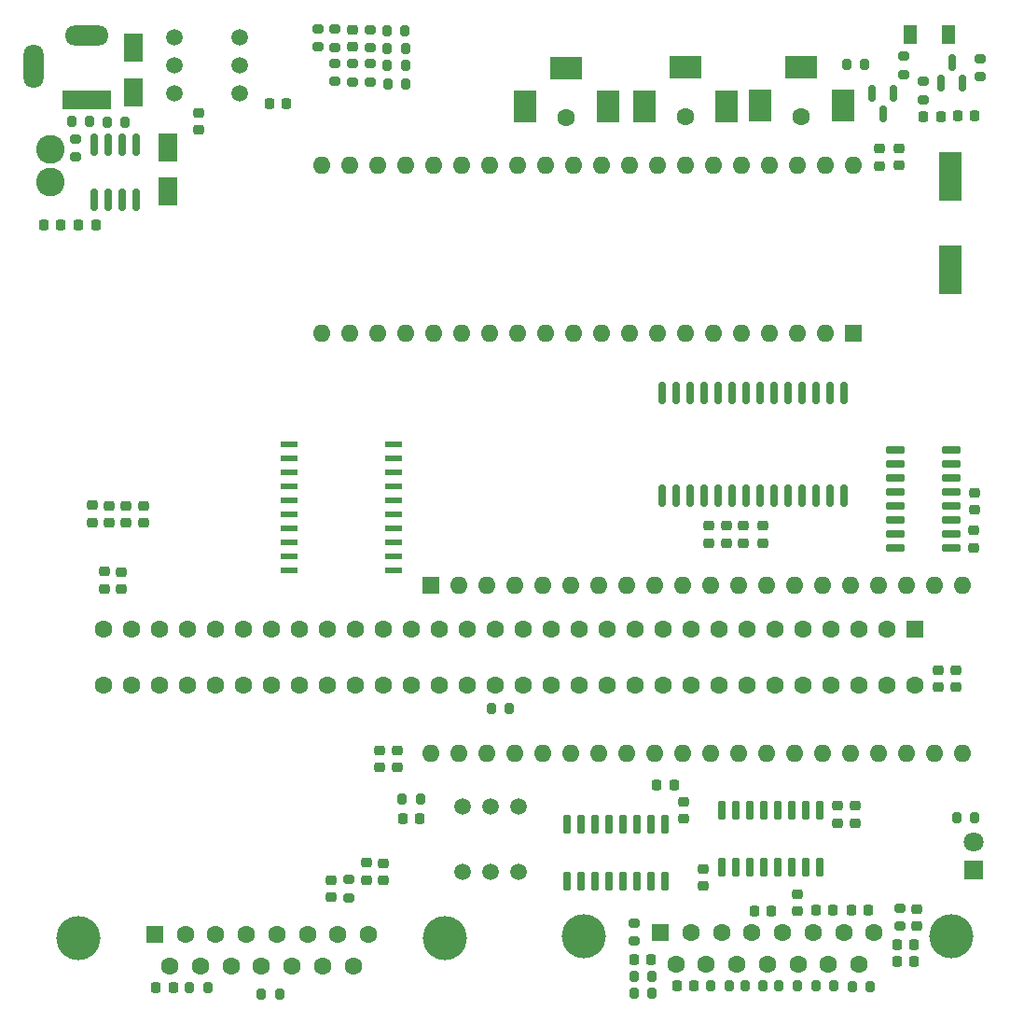
<source format=gbs>
%TF.GenerationSoftware,KiCad,Pcbnew,7.0.11-2.fc39*%
%TF.CreationDate,2024-06-25T10:32:53+03:00*%
%TF.ProjectId,rev.1,7265762e-312e-46b6-9963-61645f706362,rev?*%
%TF.SameCoordinates,Original*%
%TF.FileFunction,Soldermask,Bot*%
%TF.FilePolarity,Negative*%
%FSLAX46Y46*%
G04 Gerber Fmt 4.6, Leading zero omitted, Abs format (unit mm)*
G04 Created by KiCad (PCBNEW 7.0.11-2.fc39) date 2024-06-25 10:32:53*
%MOMM*%
%LPD*%
G01*
G04 APERTURE LIST*
G04 Aperture macros list*
%AMRoundRect*
0 Rectangle with rounded corners*
0 $1 Rounding radius*
0 $2 $3 $4 $5 $6 $7 $8 $9 X,Y pos of 4 corners*
0 Add a 4 corners polygon primitive as box body*
4,1,4,$2,$3,$4,$5,$6,$7,$8,$9,$2,$3,0*
0 Add four circle primitives for the rounded corners*
1,1,$1+$1,$2,$3*
1,1,$1+$1,$4,$5*
1,1,$1+$1,$6,$7*
1,1,$1+$1,$8,$9*
0 Add four rect primitives between the rounded corners*
20,1,$1+$1,$2,$3,$4,$5,0*
20,1,$1+$1,$4,$5,$6,$7,0*
20,1,$1+$1,$6,$7,$8,$9,0*
20,1,$1+$1,$8,$9,$2,$3,0*%
G04 Aperture macros list end*
%ADD10C,4.000000*%
%ADD11R,1.600000X1.600000*%
%ADD12C,1.600000*%
%ADD13C,1.500000*%
%ADD14R,3.000000X2.000000*%
%ADD15R,2.000000X3.000000*%
%ADD16R,4.400000X1.800000*%
%ADD17O,4.000000X1.800000*%
%ADD18O,1.800000X4.000000*%
%ADD19C,2.600000*%
%ADD20R,1.800000X1.800000*%
%ADD21C,1.800000*%
%ADD22RoundRect,0.200000X-0.275000X0.200000X-0.275000X-0.200000X0.275000X-0.200000X0.275000X0.200000X0*%
%ADD23RoundRect,0.225000X0.250000X-0.225000X0.250000X0.225000X-0.250000X0.225000X-0.250000X-0.225000X0*%
%ADD24RoundRect,0.225000X-0.250000X0.225000X-0.250000X-0.225000X0.250000X-0.225000X0.250000X0.225000X0*%
%ADD25RoundRect,0.225000X0.225000X0.250000X-0.225000X0.250000X-0.225000X-0.250000X0.225000X-0.250000X0*%
%ADD26RoundRect,0.218750X0.256250X-0.218750X0.256250X0.218750X-0.256250X0.218750X-0.256250X-0.218750X0*%
%ADD27RoundRect,0.218750X0.218750X0.256250X-0.218750X0.256250X-0.218750X-0.256250X0.218750X-0.256250X0*%
%ADD28RoundRect,0.200000X0.200000X0.275000X-0.200000X0.275000X-0.200000X-0.275000X0.200000X-0.275000X0*%
%ADD29RoundRect,0.218750X-0.256250X0.218750X-0.256250X-0.218750X0.256250X-0.218750X0.256250X0.218750X0*%
%ADD30RoundRect,0.150000X0.150000X-0.725000X0.150000X0.725000X-0.150000X0.725000X-0.150000X-0.725000X0*%
%ADD31R,2.000000X4.500000*%
%ADD32RoundRect,0.200000X0.275000X-0.200000X0.275000X0.200000X-0.275000X0.200000X-0.275000X-0.200000X0*%
%ADD33RoundRect,0.200000X-0.200000X-0.275000X0.200000X-0.275000X0.200000X0.275000X-0.200000X0.275000X0*%
%ADD34RoundRect,0.218750X-0.218750X-0.256250X0.218750X-0.256250X0.218750X0.256250X-0.218750X0.256250X0*%
%ADD35O,1.600000X1.600000*%
%ADD36RoundRect,0.150000X-0.725000X-0.150000X0.725000X-0.150000X0.725000X0.150000X-0.725000X0.150000X0*%
%ADD37RoundRect,0.150000X0.150000X-0.825000X0.150000X0.825000X-0.150000X0.825000X-0.150000X-0.825000X0*%
%ADD38RoundRect,0.225000X-0.225000X-0.250000X0.225000X-0.250000X0.225000X0.250000X-0.225000X0.250000X0*%
%ADD39R,1.800000X2.500000*%
%ADD40R,1.300000X1.700000*%
%ADD41RoundRect,0.150000X0.150000X-0.587500X0.150000X0.587500X-0.150000X0.587500X-0.150000X-0.587500X0*%
%ADD42R,1.500000X0.600000*%
%ADD43RoundRect,0.150000X-0.150000X0.875000X-0.150000X-0.875000X0.150000X-0.875000X0.150000X0.875000X0*%
%ADD44RoundRect,0.150000X-0.150000X0.587500X-0.150000X-0.587500X0.150000X-0.587500X0.150000X0.587500X0*%
G04 APERTURE END LIST*
D10*
%TO.C,X5*%
X157350000Y-137580000D03*
X190650000Y-137580000D03*
D11*
X164305000Y-137280000D03*
D12*
X167075000Y-137280000D03*
X169845000Y-137280000D03*
X172615000Y-137280000D03*
X175385000Y-137280000D03*
X178155000Y-137280000D03*
X180925000Y-137280000D03*
X183695000Y-137280000D03*
X165690000Y-140120000D03*
X168460000Y-140120000D03*
X171230000Y-140120000D03*
X174000000Y-140120000D03*
X176770000Y-140120000D03*
X179540000Y-140120000D03*
X182310000Y-140120000D03*
%TD*%
D13*
%TO.C,SW2*%
X120125000Y-61150000D03*
X120125000Y-58610000D03*
X120125000Y-56070000D03*
X126125000Y-61150000D03*
X126125000Y-58610000D03*
X126125000Y-56070000D03*
%TD*%
D12*
%TO.C,X4*%
X155745000Y-63320000D03*
D14*
X155745000Y-58820000D03*
D15*
X159495000Y-62320000D03*
X151995000Y-62320000D03*
%TD*%
D10*
%TO.C,X2*%
X111425000Y-137710000D03*
X144725000Y-137710000D03*
D11*
X118380000Y-137410000D03*
D12*
X121150000Y-137410000D03*
X123920000Y-137410000D03*
X126690000Y-137410000D03*
X129460000Y-137410000D03*
X132230000Y-137410000D03*
X135000000Y-137410000D03*
X137770000Y-137410000D03*
X119765000Y-140250000D03*
X122535000Y-140250000D03*
X125305000Y-140250000D03*
X128075000Y-140250000D03*
X130845000Y-140250000D03*
X133615000Y-140250000D03*
X136385000Y-140250000D03*
%TD*%
D16*
%TO.C,X1*%
X112215000Y-61710000D03*
D17*
X112215000Y-55910000D03*
D18*
X107415000Y-58710000D03*
%TD*%
D19*
%TO.C,L4*%
X108925000Y-69180000D03*
X108925000Y-66180000D03*
%TD*%
D13*
%TO.C,SW1*%
X151435000Y-131770000D03*
X148895000Y-131770000D03*
X146355000Y-131770000D03*
X151435000Y-125770000D03*
X148895000Y-125770000D03*
X146355000Y-125770000D03*
%TD*%
D12*
%TO.C,X6*%
X177085000Y-63250000D03*
D14*
X177085000Y-58750000D03*
D15*
X180835000Y-62250000D03*
X173335000Y-62250000D03*
%TD*%
D20*
%TO.C,D3*%
X192695000Y-131540000D03*
D21*
X192695000Y-129000000D03*
%TD*%
D11*
%TO.C,XP1*%
X187415000Y-109730000D03*
D12*
X184875000Y-109730000D03*
X182335000Y-109730000D03*
X179795000Y-109730000D03*
X177255000Y-109730000D03*
X174715000Y-109730000D03*
X172175000Y-109730000D03*
X169635000Y-109730000D03*
X167095000Y-109730000D03*
X164555000Y-109730000D03*
X162015000Y-109730000D03*
X159475000Y-109730000D03*
X156935000Y-109730000D03*
X154395000Y-109730000D03*
X151855000Y-109730000D03*
X149315000Y-109730000D03*
X146775000Y-109730000D03*
X144235000Y-109730000D03*
X141695000Y-109730000D03*
X139155000Y-109730000D03*
X136615000Y-109730000D03*
X134075000Y-109730000D03*
X131535000Y-109730000D03*
X128995000Y-109730000D03*
X126455000Y-109730000D03*
X123915000Y-109730000D03*
X121375000Y-109730000D03*
X118835000Y-109730000D03*
X116295000Y-109730000D03*
X113755000Y-109730000D03*
X187415000Y-114810000D03*
X184875000Y-114810000D03*
X182335000Y-114810000D03*
X179795000Y-114810000D03*
X177255000Y-114810000D03*
X174715000Y-114810000D03*
X172175000Y-114810000D03*
X169635000Y-114810000D03*
X167095000Y-114810000D03*
X164555000Y-114810000D03*
X162015000Y-114810000D03*
X159475000Y-114810000D03*
X156935000Y-114810000D03*
X154395000Y-114810000D03*
X151855000Y-114810000D03*
X149315000Y-114810000D03*
X146775000Y-114810000D03*
X144235000Y-114810000D03*
X141695000Y-114810000D03*
X139155000Y-114810000D03*
X136615000Y-114810000D03*
X134075000Y-114810000D03*
X131535000Y-114810000D03*
X128995000Y-114810000D03*
X126455000Y-114810000D03*
X123915000Y-114810000D03*
X121375000Y-114810000D03*
X118835000Y-114810000D03*
X116295000Y-114810000D03*
X113755000Y-114810000D03*
%TD*%
%TO.C,X3*%
X166545000Y-63270000D03*
D14*
X166545000Y-58770000D03*
D15*
X170295000Y-62270000D03*
X162795000Y-62270000D03*
%TD*%
D22*
%TO.C,R36*%
X161945000Y-136385000D03*
X161945000Y-138035000D03*
%TD*%
D23*
%TO.C,C6*%
X192765000Y-102325000D03*
X192765000Y-100775000D03*
%TD*%
D24*
%TO.C,C4*%
X138815000Y-120740000D03*
X138815000Y-122290000D03*
%TD*%
D25*
%TO.C,C39*%
X167330000Y-142060000D03*
X165780000Y-142060000D03*
%TD*%
D26*
%TO.C,L7*%
X112685000Y-100077500D03*
X112685000Y-98502500D03*
%TD*%
D24*
%TO.C,C12*%
X171815000Y-100365000D03*
X171815000Y-101915000D03*
%TD*%
D27*
%TO.C,L16*%
X187334500Y-139865000D03*
X185759500Y-139865000D03*
%TD*%
D22*
%TO.C,R19*%
X136345000Y-58435000D03*
X136345000Y-60085000D03*
%TD*%
D28*
%TO.C,R30*%
X183350000Y-142110000D03*
X181700000Y-142110000D03*
%TD*%
D29*
%TO.C,L11*%
X137590000Y-130922500D03*
X137590000Y-132497500D03*
%TD*%
D25*
%TO.C,C21*%
X120050000Y-142260000D03*
X118500000Y-142260000D03*
%TD*%
D30*
%TO.C,DD8*%
X164710000Y-132560000D03*
X163440000Y-132560000D03*
X162170000Y-132560000D03*
X160900000Y-132560000D03*
X159630000Y-132560000D03*
X158360000Y-132560000D03*
X157090000Y-132560000D03*
X155820000Y-132560000D03*
X155820000Y-127410000D03*
X157090000Y-127410000D03*
X158360000Y-127410000D03*
X159630000Y-127410000D03*
X160900000Y-127410000D03*
X162170000Y-127410000D03*
X163440000Y-127410000D03*
X164710000Y-127410000D03*
%TD*%
D22*
%TO.C,R22*%
X133175000Y-55265000D03*
X133175000Y-56915000D03*
%TD*%
D31*
%TO.C,Z1*%
X190575000Y-68660000D03*
X190575000Y-77160000D03*
%TD*%
D29*
%TO.C,L10*%
X113775000Y-104505000D03*
X113775000Y-106080000D03*
%TD*%
D25*
%TO.C,C1*%
X142430000Y-126870000D03*
X140880000Y-126870000D03*
%TD*%
D32*
%TO.C,R32*%
X186395000Y-59400000D03*
X186395000Y-57750000D03*
%TD*%
D33*
%TO.C,R3*%
X114030000Y-63710000D03*
X115680000Y-63710000D03*
%TD*%
D34*
%TO.C,L14*%
X188147500Y-63200000D03*
X189722500Y-63200000D03*
%TD*%
D24*
%TO.C,C17*%
X181995000Y-125745000D03*
X181995000Y-127295000D03*
%TD*%
D32*
%TO.C,R5*%
X111195000Y-66915000D03*
X111195000Y-65265000D03*
%TD*%
D11*
%TO.C,DD2*%
X181770000Y-82865000D03*
D35*
X179230000Y-82865000D03*
X176690000Y-82865000D03*
X174150000Y-82865000D03*
X171610000Y-82865000D03*
X169070000Y-82865000D03*
X166530000Y-82865000D03*
X163990000Y-82865000D03*
X161450000Y-82865000D03*
X158910000Y-82865000D03*
X156370000Y-82865000D03*
X153830000Y-82865000D03*
X151290000Y-82865000D03*
X148750000Y-82865000D03*
X146210000Y-82865000D03*
X143670000Y-82865000D03*
X141130000Y-82865000D03*
X138590000Y-82865000D03*
X136050000Y-82865000D03*
X133510000Y-82865000D03*
X133510000Y-67625000D03*
X136050000Y-67625000D03*
X138590000Y-67625000D03*
X141130000Y-67625000D03*
X143670000Y-67625000D03*
X146210000Y-67625000D03*
X148750000Y-67625000D03*
X151290000Y-67625000D03*
X153830000Y-67625000D03*
X156370000Y-67625000D03*
X158910000Y-67625000D03*
X161450000Y-67625000D03*
X163990000Y-67625000D03*
X166530000Y-67625000D03*
X169070000Y-67625000D03*
X171610000Y-67625000D03*
X174150000Y-67625000D03*
X176690000Y-67625000D03*
X179230000Y-67625000D03*
X181770000Y-67625000D03*
%TD*%
D36*
%TO.C,DD4*%
X185570000Y-102355000D03*
X185570000Y-101085000D03*
X185570000Y-99815000D03*
X185570000Y-98545000D03*
X185570000Y-97275000D03*
X185570000Y-96005000D03*
X185570000Y-94735000D03*
X185570000Y-93465000D03*
X190720000Y-93465000D03*
X190720000Y-94735000D03*
X190720000Y-96005000D03*
X190720000Y-97275000D03*
X190720000Y-98545000D03*
X190720000Y-99815000D03*
X190720000Y-101085000D03*
X190720000Y-102355000D03*
%TD*%
D28*
%TO.C,R40*%
X163530000Y-142760000D03*
X161880000Y-142760000D03*
%TD*%
D24*
%TO.C,C16*%
X117355000Y-98535000D03*
X117355000Y-100085000D03*
%TD*%
D37*
%TO.C,DA1*%
X116670000Y-70765000D03*
X115400000Y-70765000D03*
X114130000Y-70765000D03*
X112860000Y-70765000D03*
X112860000Y-65815000D03*
X114130000Y-65815000D03*
X115400000Y-65815000D03*
X116670000Y-65815000D03*
%TD*%
D25*
%TO.C,C7*%
X113015000Y-73070000D03*
X111465000Y-73070000D03*
%TD*%
D24*
%TO.C,C15*%
X115785000Y-98535000D03*
X115785000Y-100085000D03*
%TD*%
D23*
%TO.C,C22*%
X139170000Y-132485000D03*
X139170000Y-130935000D03*
%TD*%
D30*
%TO.C,DD7*%
X178740000Y-131335000D03*
X177470000Y-131335000D03*
X176200000Y-131335000D03*
X174930000Y-131335000D03*
X173660000Y-131335000D03*
X172390000Y-131335000D03*
X171120000Y-131335000D03*
X169850000Y-131335000D03*
X169850000Y-126185000D03*
X171120000Y-126185000D03*
X172390000Y-126185000D03*
X173660000Y-126185000D03*
X174930000Y-126185000D03*
X176200000Y-126185000D03*
X177470000Y-126185000D03*
X178740000Y-126185000D03*
%TD*%
D28*
%TO.C,R26*%
X141150000Y-58610000D03*
X139500000Y-58610000D03*
%TD*%
D33*
%TO.C,R8*%
X121550000Y-142260000D03*
X123200000Y-142260000D03*
%TD*%
D22*
%TO.C,R20*%
X134745000Y-55295000D03*
X134745000Y-56945000D03*
%TD*%
D24*
%TO.C,C2*%
X122385000Y-62865000D03*
X122385000Y-64415000D03*
%TD*%
D38*
%TO.C,C10*%
X108290000Y-73060000D03*
X109840000Y-73060000D03*
%TD*%
D28*
%TO.C,R12*%
X150600000Y-116880000D03*
X148950000Y-116880000D03*
%TD*%
D25*
%TO.C,C35*%
X163460000Y-139680000D03*
X161910000Y-139680000D03*
%TD*%
D26*
%TO.C,L8*%
X180385000Y-127297500D03*
X180385000Y-125722500D03*
%TD*%
D28*
%TO.C,R6*%
X192810000Y-126850000D03*
X191160000Y-126850000D03*
%TD*%
D11*
%TO.C,DD1*%
X143410000Y-105785000D03*
D35*
X145950000Y-105785000D03*
X148490000Y-105785000D03*
X151030000Y-105785000D03*
X153570000Y-105785000D03*
X156110000Y-105785000D03*
X158650000Y-105785000D03*
X161190000Y-105785000D03*
X163730000Y-105785000D03*
X166270000Y-105785000D03*
X168810000Y-105785000D03*
X171350000Y-105785000D03*
X173890000Y-105785000D03*
X176430000Y-105785000D03*
X178970000Y-105785000D03*
X181510000Y-105785000D03*
X184050000Y-105785000D03*
X186590000Y-105785000D03*
X189130000Y-105785000D03*
X191670000Y-105785000D03*
X191670000Y-121025000D03*
X189130000Y-121025000D03*
X186590000Y-121025000D03*
X184050000Y-121025000D03*
X181510000Y-121025000D03*
X178970000Y-121025000D03*
X176430000Y-121025000D03*
X173890000Y-121025000D03*
X171350000Y-121025000D03*
X168810000Y-121025000D03*
X166270000Y-121025000D03*
X163730000Y-121025000D03*
X161190000Y-121025000D03*
X158650000Y-121025000D03*
X156110000Y-121025000D03*
X153570000Y-121025000D03*
X151030000Y-121025000D03*
X148490000Y-121025000D03*
X145950000Y-121025000D03*
X143410000Y-121025000D03*
%TD*%
D29*
%TO.C,L12*%
X191145000Y-113435000D03*
X191145000Y-115010000D03*
%TD*%
D39*
%TO.C,D2*%
X119565000Y-70000000D03*
X119565000Y-66000000D03*
%TD*%
D33*
%TO.C,R43*%
X181180000Y-58510000D03*
X182830000Y-58510000D03*
%TD*%
D22*
%TO.C,R24*%
X137915000Y-55335000D03*
X137915000Y-56985000D03*
%TD*%
D26*
%TO.C,L6*%
X168685000Y-101927500D03*
X168685000Y-100352500D03*
%TD*%
D32*
%TO.C,R31*%
X193345000Y-59625000D03*
X193345000Y-57975000D03*
%TD*%
D23*
%TO.C,C19*%
X115355000Y-106075000D03*
X115355000Y-104525000D03*
%TD*%
D40*
%TO.C,D4*%
X186975000Y-55800000D03*
X190475000Y-55800000D03*
%TD*%
D28*
%TO.C,R44*%
X170525000Y-142060000D03*
X168875000Y-142060000D03*
%TD*%
D38*
%TO.C,C29*%
X178380000Y-135230000D03*
X179930000Y-135230000D03*
%TD*%
D33*
%TO.C,R29*%
X178400000Y-142090000D03*
X180050000Y-142090000D03*
%TD*%
D28*
%TO.C,R28*%
X141190000Y-60250000D03*
X139540000Y-60250000D03*
%TD*%
D39*
%TO.C,D1*%
X116415000Y-61010000D03*
X116415000Y-57010000D03*
%TD*%
D38*
%TO.C,C42*%
X191290000Y-63170000D03*
X192840000Y-63170000D03*
%TD*%
D41*
%TO.C,Q2*%
X191695000Y-60177500D03*
X189795000Y-60177500D03*
X190745000Y-58302500D03*
%TD*%
D28*
%TO.C,R4*%
X112480000Y-63690000D03*
X110830000Y-63690000D03*
%TD*%
D23*
%TO.C,C5*%
X185973000Y-67675000D03*
X185973000Y-66125000D03*
%TD*%
D22*
%TO.C,R21*%
X134755000Y-58415000D03*
X134755000Y-60065000D03*
%TD*%
D23*
%TO.C,C26*%
X136345000Y-56925000D03*
X136345000Y-55375000D03*
%TD*%
D24*
%TO.C,C14*%
X114265000Y-98535000D03*
X114265000Y-100085000D03*
%TD*%
D28*
%TO.C,R27*%
X141090000Y-55450000D03*
X139440000Y-55450000D03*
%TD*%
D34*
%TO.C,L13*%
X128767500Y-62080000D03*
X130342500Y-62080000D03*
%TD*%
D32*
%TO.C,R7*%
X135990000Y-134085000D03*
X135990000Y-132435000D03*
%TD*%
D42*
%TO.C,DD3*%
X130595000Y-104405000D03*
X130595000Y-103135000D03*
X130595000Y-101865000D03*
X130595000Y-100595000D03*
X130595000Y-99325000D03*
X130595000Y-98055000D03*
X130595000Y-96785000D03*
X130595000Y-95515000D03*
X130595000Y-94245000D03*
X130595000Y-92975000D03*
X140095000Y-92975000D03*
X140095000Y-94245000D03*
X140095000Y-95515000D03*
X140095000Y-96785000D03*
X140095000Y-98055000D03*
X140095000Y-99325000D03*
X140095000Y-100595000D03*
X140095000Y-101865000D03*
X140095000Y-103135000D03*
X140095000Y-104405000D03*
%TD*%
D28*
%TO.C,R42*%
X176715000Y-142070000D03*
X175065000Y-142070000D03*
%TD*%
D32*
%TO.C,R41*%
X188175000Y-61705000D03*
X188175000Y-60055000D03*
%TD*%
D38*
%TO.C,C38*%
X172790000Y-135270000D03*
X174340000Y-135270000D03*
%TD*%
D28*
%TO.C,R39*%
X173630000Y-142070000D03*
X171980000Y-142070000D03*
%TD*%
D23*
%TO.C,C20*%
X134400000Y-134050000D03*
X134400000Y-132500000D03*
%TD*%
D24*
%TO.C,C33*%
X187563000Y-135089000D03*
X187563000Y-136639000D03*
%TD*%
D28*
%TO.C,R1*%
X142480000Y-125092000D03*
X140830000Y-125092000D03*
%TD*%
D29*
%TO.C,L2*%
X184195000Y-66112500D03*
X184195000Y-67687500D03*
%TD*%
D28*
%TO.C,R38*%
X163530000Y-141220000D03*
X161880000Y-141220000D03*
%TD*%
D43*
%TO.C,DD5*%
X164480000Y-88320000D03*
X165750000Y-88320000D03*
X167020000Y-88320000D03*
X168290000Y-88320000D03*
X169560000Y-88320000D03*
X170830000Y-88320000D03*
X172100000Y-88320000D03*
X173370000Y-88320000D03*
X174640000Y-88320000D03*
X175910000Y-88320000D03*
X177180000Y-88320000D03*
X178450000Y-88320000D03*
X179720000Y-88320000D03*
X180990000Y-88320000D03*
X180990000Y-97620000D03*
X179720000Y-97620000D03*
X178450000Y-97620000D03*
X177180000Y-97620000D03*
X175910000Y-97620000D03*
X174640000Y-97620000D03*
X173370000Y-97620000D03*
X172100000Y-97620000D03*
X170830000Y-97620000D03*
X169560000Y-97620000D03*
X168290000Y-97620000D03*
X167020000Y-97620000D03*
X165750000Y-97620000D03*
X164480000Y-97620000D03*
%TD*%
D22*
%TO.C,R33*%
X186039000Y-135039000D03*
X186039000Y-136689000D03*
%TD*%
D24*
%TO.C,C18*%
X166385000Y-125375000D03*
X166385000Y-126925000D03*
%TD*%
D26*
%TO.C,L1*%
X140405000Y-122277500D03*
X140405000Y-120702500D03*
%TD*%
D23*
%TO.C,C34*%
X168135000Y-133010000D03*
X168135000Y-131460000D03*
%TD*%
D34*
%TO.C,L9*%
X163977500Y-123850000D03*
X165552500Y-123850000D03*
%TD*%
D38*
%TO.C,C44*%
X185772000Y-138341000D03*
X187322000Y-138341000D03*
%TD*%
D29*
%TO.C,L3*%
X192795000Y-97330000D03*
X192795000Y-98905000D03*
%TD*%
D38*
%TO.C,C32*%
X181600000Y-135210000D03*
X183150000Y-135210000D03*
%TD*%
D24*
%TO.C,C11*%
X170245000Y-100365000D03*
X170245000Y-101915000D03*
%TD*%
D33*
%TO.C,R11*%
X128075000Y-142850000D03*
X129725000Y-142850000D03*
%TD*%
D22*
%TO.C,R23*%
X137925000Y-58430000D03*
X137925000Y-60080000D03*
%TD*%
D44*
%TO.C,Q1*%
X183535000Y-61152500D03*
X185435000Y-61152500D03*
X184485000Y-63027500D03*
%TD*%
D28*
%TO.C,R25*%
X141130000Y-57060000D03*
X139480000Y-57060000D03*
%TD*%
D23*
%TO.C,C40*%
X176755000Y-135280000D03*
X176755000Y-133730000D03*
%TD*%
D24*
%TO.C,C13*%
X173595000Y-100365000D03*
X173595000Y-101915000D03*
%TD*%
D23*
%TO.C,C25*%
X189475000Y-114975000D03*
X189475000Y-113425000D03*
%TD*%
M02*

</source>
